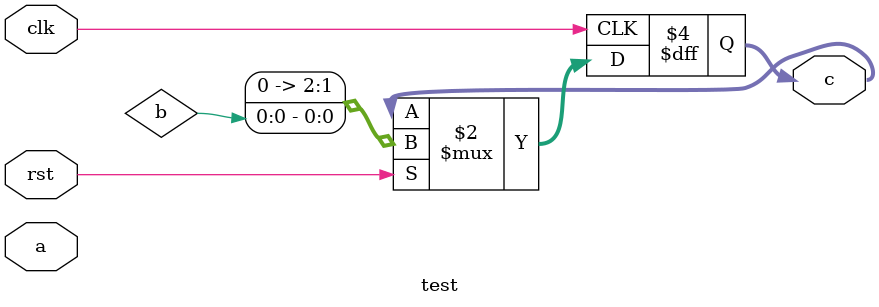
<source format=sv>
module test (
    input logic clk,
    input logic rst,
    input logic [2:0] a,
    output logic [2:0] c
);

  always_ff @(posedge clk) begin
    if (rst) begin
      c <= b;
    end
  end

endmodule

</source>
